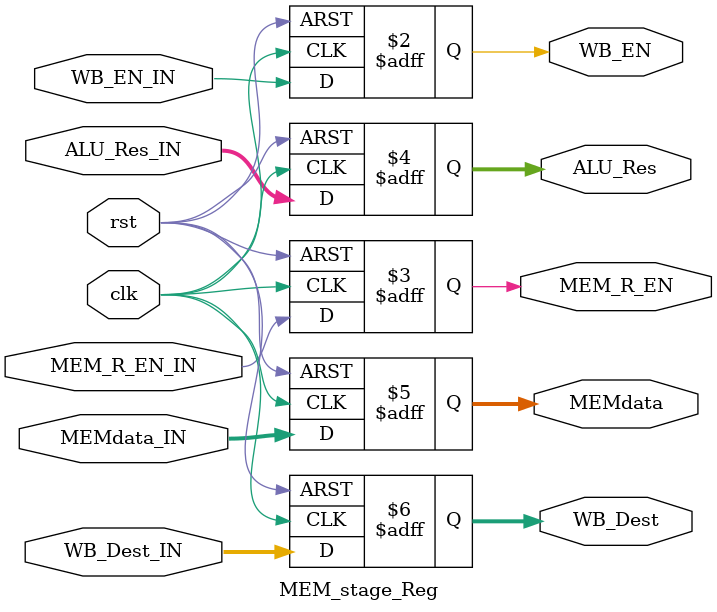
<source format=v>
module IF_stage_Reg(input clk, rst, freeze, flush,
input [31:0] PC_in, Instruction_in, output reg [31:0] PC, Instruction
);

always @(posedge clk, posedge rst) begin
    if(rst) begin
        PC <= 32'b0;
        Instruction <=32'b0;
    end

    else if(clk) begin   
        if (flush) begin
            PC <= 32'b0;
            Instruction <=32'b0; 
        end
        else if(~freeze) begin
            PC<=PC_in;
            Instruction<=Instruction_in;
        end
        else begin
            PC<=PC;
            Instruction<=Instruction;
        end

    end
end
endmodule



module ID_stage_Reg(input clk, rst, flush,
                    input [31:0] PC_IN, 
                    input WB_EN_IN,
                    input MEM_R_EN_IN,
                    input MEM_W_EN_IN,
                    input [3:0] EXE_CMD_IN,
                    input B_IN, 
                    input S_IN,
                    input I_IN,
                    input [31:0] Val_RN_IN,
                    input [31:0] Val_RM_IN,
                    input [11:0] imm_IN,
                    input [11:0] shift_operand_IN,
                    input [23:0] signed_immed_24_IN,
                    input [3:0] WB_Dest_IN,
                    input flush_IN,
                    input [3:0] status_IN,



                    output reg [31:0] PC,
                    output reg WB_EN,
                    output reg MEM_R_EN,
                    output reg MEM_W_EN,
                    output reg [3:0] EXE_CMD,
                    output reg B, 
                    output reg S,
                    output reg I,
                    output reg [31:0] Val_RN,
                    output reg [31:0] Val_RM,
                    output reg [11:0] imm,
                    output reg [11:0] shift_operand,
                    output reg [23:0] signed_immed_24,
                    output reg [3:0] WB_Dest,
                    output reg [3:0] status

                    );

                    always @(posedge clk, posedge rst) begin
                        if(rst) begin
                            PC <= 32'b0; 
                            WB_EN <= 0;
                            MEM_R_EN <= 0;
                            MEM_W_EN <= 0;
                            B <= 0;
                            S <= 0;
                            I <= 0;
                            Val_RN <= 0;
                            Val_RM <= 0;
                            imm <= 0;
                            shift_operand <= 0;
                            signed_immed_24 <= 0;
                            WB_Dest <= 0;
                            status <= 0;
                            EXE_CMD <= 0;
                        end
                        else if(clk) begin
                            if(flush) begin
                                PC <= 32'b0; 
                                WB_EN <= 0;
                                MEM_R_EN <= 0;
                                MEM_W_EN <= 0;
                                B <= 0;
                                S <= 0;
                                I <= 0;
                                Val_RN <= 0;
                                Val_RM <= 0;
                                imm <= 0;
                                shift_operand <= 0;
                                signed_immed_24 <= 0;
                                WB_Dest <= 0;
                                status <= 0;
                                EXE_CMD <= 0;
                            end
                        else begin
                                PC<=PC_IN;
                                WB_EN <= WB_EN_IN;
                                MEM_R_EN <= MEM_R_EN_IN;
                                MEM_W_EN <= MEM_W_EN_IN;
                                B <= B_IN;
                                S <= S_IN;
                                I <= I_IN;
                                Val_RN <= Val_RN_IN;
                                Val_RM <= Val_RM_IN;
                                imm <= imm_IN;
                                shift_operand <= shift_operand_IN;
                                signed_immed_24 <= signed_immed_24_IN;
                                WB_Dest <= WB_Dest_IN;
                                status <= status_IN;
                                EXE_CMD <= EXE_CMD_IN;
                            end
                        end
                    end
endmodule



module EX_stage_Reg(input clk, rst,
                    input WB_EN_IN,
                    input MEM_R_EN_IN,
                    input MEM_W_EN_IN,
                    input [31:0] ALU_Res_IN,
                    input [31:0] Val_RM_IN,
                    input [3:0] WB_Dest_IN,

                    output reg WB_EN,
                    output reg MEM_R_EN,
                    output reg MEM_W_EN,
                    output reg [31:0] ALU_Res,
                    output reg [31:0] Val_RM,
                    output reg [3:0] WB_Dest
                    );
                    always @(posedge clk, posedge rst) begin
                        if(rst) begin

                            WB_EN <= 0;
                            MEM_R_EN <= 0;
                            MEM_W_EN <= 0;
                            ALU_Res <= 0;
                            Val_RM <= 0;
                            WB_Dest <= 0;

                        end
                        else if(clk) begin

                            WB_EN <= WB_EN_IN;
                            MEM_R_EN <= MEM_R_EN_IN;
                            MEM_W_EN <= MEM_W_EN_IN;
                            ALU_Res <= ALU_Res_IN;
                            Val_RM <= Val_RM_IN;
                            WB_Dest <= WB_Dest_IN;

                        end
                    end
endmodule
module MEM_stage_Reg(
                    input clk, rst, 
                    input WB_EN_IN,
                    input MEM_R_EN_IN,
                    input [31:0] ALU_Res_IN,
                    input [31:0] MEMdata_IN,
                    input [3:0] WB_Dest_IN,

                    output reg WB_EN,
                    output reg MEM_R_EN,
                    output reg [31:0] ALU_Res,
                    output reg [31:0] MEMdata,
                    output reg [3:0] WB_Dest
                    );
                    always @(posedge clk, posedge rst) begin
                        if(rst) begin

                            WB_EN <= 0;
                            MEM_R_EN <= 0;
                            ALU_Res <= 0;
                            MEMdata <= 0;
                            WB_Dest <= 0;

                        end
                        else if(clk) begin

                            WB_EN <= WB_EN_IN;
                            MEM_R_EN <= MEM_R_EN_IN;
                            ALU_Res <= ALU_Res_IN;
                            MEMdata <= MEMdata_IN;
                            WB_Dest <= WB_Dest_IN;
                        end
                    end
endmodule


</source>
